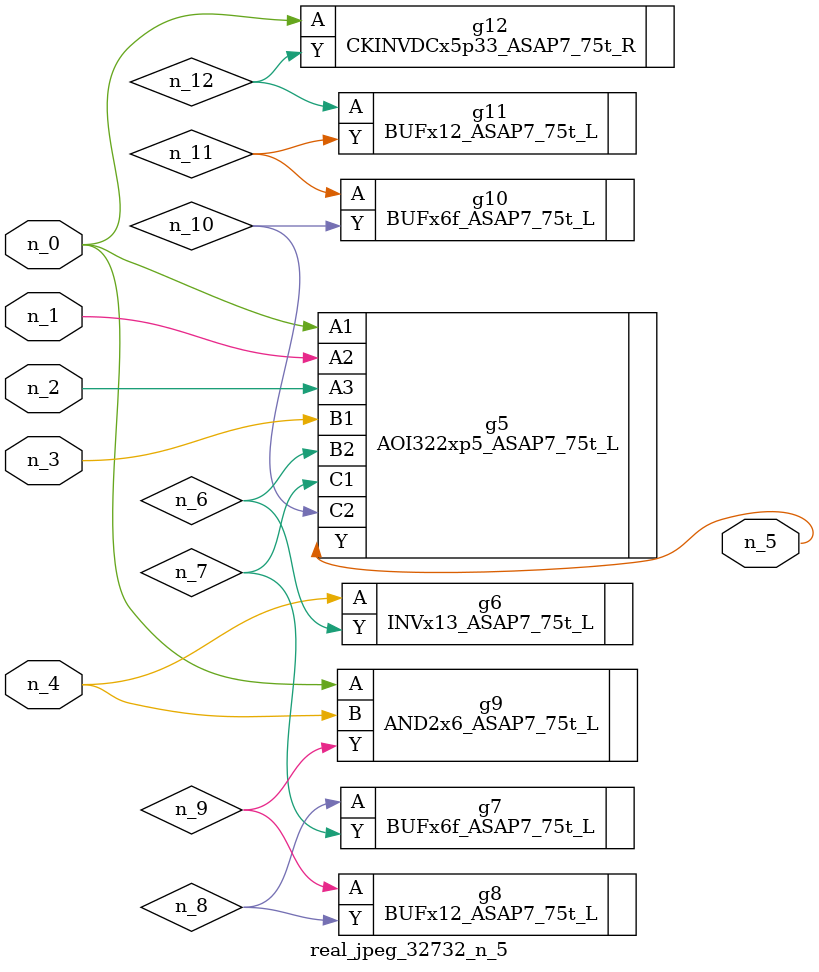
<source format=v>
module real_jpeg_32732_n_5 (n_4, n_0, n_1, n_2, n_3, n_5);

input n_4;
input n_0;
input n_1;
input n_2;
input n_3;

output n_5;

wire n_12;
wire n_8;
wire n_11;
wire n_6;
wire n_7;
wire n_10;
wire n_9;

AOI322xp5_ASAP7_75t_L g5 ( 
.A1(n_0),
.A2(n_1),
.A3(n_2),
.B1(n_3),
.B2(n_6),
.C1(n_7),
.C2(n_10),
.Y(n_5)
);

AND2x6_ASAP7_75t_L g9 ( 
.A(n_0),
.B(n_4),
.Y(n_9)
);

CKINVDCx5p33_ASAP7_75t_R g12 ( 
.A(n_0),
.Y(n_12)
);

INVx13_ASAP7_75t_L g6 ( 
.A(n_4),
.Y(n_6)
);

BUFx6f_ASAP7_75t_L g7 ( 
.A(n_8),
.Y(n_7)
);

BUFx12_ASAP7_75t_L g8 ( 
.A(n_9),
.Y(n_8)
);

BUFx6f_ASAP7_75t_L g10 ( 
.A(n_11),
.Y(n_10)
);

BUFx12_ASAP7_75t_L g11 ( 
.A(n_12),
.Y(n_11)
);


endmodule
</source>
